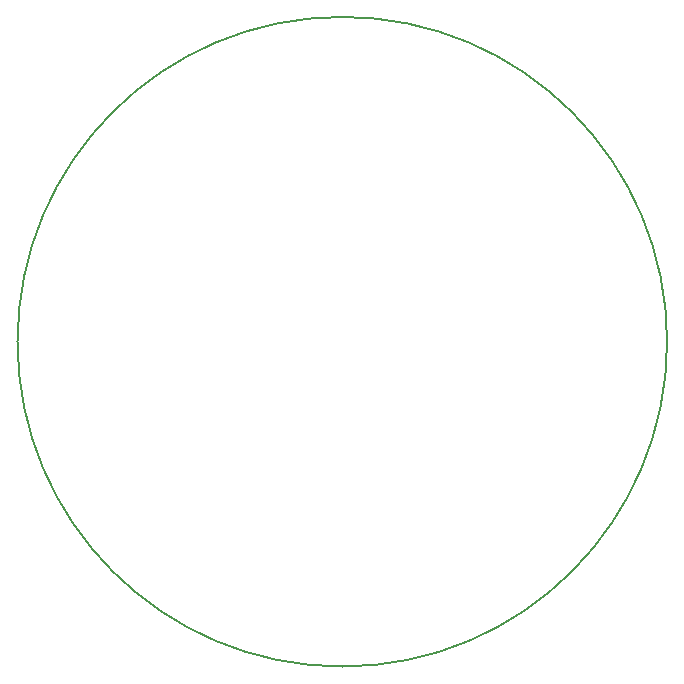
<source format=gbr>
%TF.GenerationSoftware,KiCad,Pcbnew,(6.0.1)*%
%TF.CreationDate,2022-07-03T20:59:54-07:00*%
%TF.ProjectId,EmitterDriverV2,456d6974-7465-4724-9472-697665725632,rev?*%
%TF.SameCoordinates,Original*%
%TF.FileFunction,Profile,NP*%
%FSLAX46Y46*%
G04 Gerber Fmt 4.6, Leading zero omitted, Abs format (unit mm)*
G04 Created by KiCad (PCBNEW (6.0.1)) date 2022-07-03 20:59:54*
%MOMM*%
%LPD*%
G01*
G04 APERTURE LIST*
%TA.AperFunction,Profile*%
%ADD10C,0.200000*%
%TD*%
G04 APERTURE END LIST*
D10*
X167500000Y-70000000D02*
G75*
G03*
X167500000Y-70000000I-27500000J0D01*
G01*
M02*

</source>
